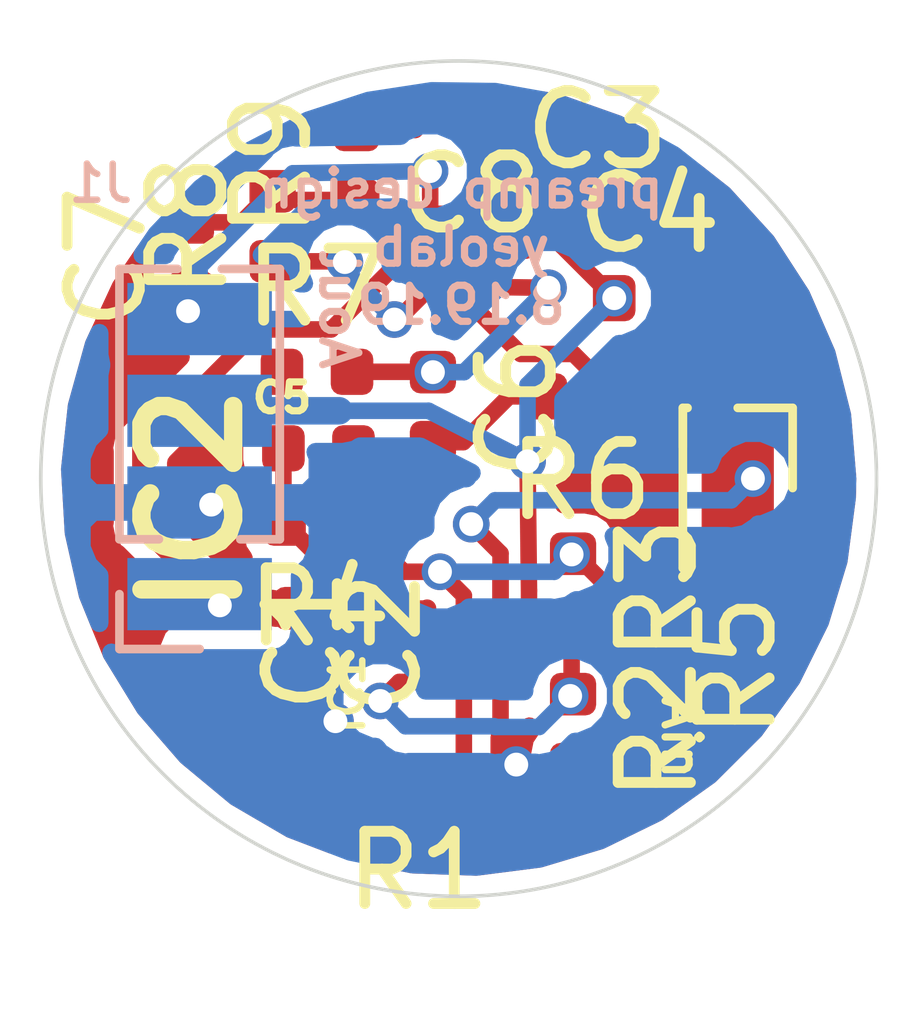
<source format=kicad_pcb>
(kicad_pcb (version 20171130) (host pcbnew "(5.0.1)-3")

  (general
    (thickness 1.6)
    (drawings 4)
    (tracks 144)
    (zones 0)
    (modules 21)
    (nets 15)
  )

  (page A4)
  (layers
    (0 F.Cu signal)
    (31 B.Cu signal)
    (32 B.Adhes user hide)
    (33 F.Adhes user hide)
    (34 B.Paste user hide)
    (35 F.Paste user hide)
    (36 B.SilkS user)
    (37 F.SilkS user)
    (38 B.Mask user hide)
    (39 F.Mask user hide)
    (40 Dwgs.User user)
    (41 Cmts.User user)
    (42 Eco1.User user hide)
    (43 Eco2.User user)
    (44 Edge.Cuts user)
    (45 Margin user)
    (46 B.CrtYd user)
    (47 F.CrtYd user)
    (48 B.Fab user hide)
    (49 F.Fab user hide)
  )

  (setup
    (last_trace_width 0.229)
    (user_trace_width 0.1524)
    (user_trace_width 0.229)
    (user_trace_width 0.381)
    (user_trace_width 0.5)
    (trace_clearance 0.1524)
    (zone_clearance 0.254)
    (zone_45_only no)
    (trace_min 0.1492)
    (segment_width 0.05)
    (edge_width 0.05)
    (via_size 0.508)
    (via_drill 0.3302)
    (via_min_size 0.4)
    (via_min_drill 0.3)
    (uvia_size 0.508)
    (uvia_drill 0.3302)
    (uvias_allowed no)
    (uvia_min_size 0.2)
    (uvia_min_drill 0.1)
    (pcb_text_width 0.3)
    (pcb_text_size 1.5 1.5)
    (mod_edge_width 0.12)
    (mod_text_size 0.5 0.5)
    (mod_text_width 0.1)
    (pad_size 2 1)
    (pad_drill 0)
    (pad_to_mask_clearance 0.2)
    (solder_mask_min_width 0.25)
    (aux_axis_origin 0 0)
    (visible_elements 7FFFFFFF)
    (pcbplotparams
      (layerselection 0x010fc_ffffffff)
      (usegerberextensions false)
      (usegerberattributes false)
      (usegerberadvancedattributes false)
      (creategerberjobfile false)
      (excludeedgelayer true)
      (linewidth 0.100000)
      (plotframeref false)
      (viasonmask false)
      (mode 1)
      (useauxorigin false)
      (hpglpennumber 1)
      (hpglpenspeed 20)
      (hpglpendiameter 15.000000)
      (psnegative false)
      (psa4output false)
      (plotreference true)
      (plotvalue true)
      (plotinvisibletext false)
      (padsonsilk false)
      (subtractmaskfromsilk false)
      (outputformat 1)
      (mirror false)
      (drillshape 0)
      (scaleselection 1)
      (outputdirectory "output_aev2_flex/"))
  )

  (net 0 "")
  (net 1 VDD)
  (net 2 VSS)
  (net 3 "Net-(IC1-PadA1)")
  (net 4 "Net-(IC1-PadB1)")
  (net 5 "Net-(IC1-PadB3)")
  (net 6 Electrode_in)
  (net 7 amplifier_out)
  (net 8 GND)
  (net 9 "Net-(C5-Pad1)")
  (net 10 2nd+)
  (net 11 2nd_Out)
  (net 12 4th_Out)
  (net 13 "Net-(C7-Pad2)")
  (net 14 4th+)

  (net_class Default "This is the default net class."
    (clearance 0.1524)
    (trace_width 0.4572)
    (via_dia 0.508)
    (via_drill 0.3302)
    (uvia_dia 0.508)
    (uvia_drill 0.3302)
    (add_net 2nd+)
    (add_net 2nd_Out)
    (add_net 4th+)
    (add_net 4th_Out)
    (add_net Electrode_in)
    (add_net GND)
    (add_net "Net-(C5-Pad1)")
    (add_net "Net-(C7-Pad2)")
    (add_net "Net-(IC1-PadA1)")
    (add_net "Net-(IC1-PadB1)")
    (add_net "Net-(IC1-PadB3)")
    (add_net VDD)
    (add_net VSS)
    (add_net amplifier_out)
  )

  (module SamacSys_Parts:BGA8C50P3X3_143X177X675 (layer F.Cu) (tedit 0) (tstamp 5D318309)
    (at 49.718 31.828 90)
    (descr BGA8C50P3X3_143X177X675)
    (tags "Integrated Circuit")
    (path /5D30BD95)
    (attr smd)
    (fp_text reference IC1 (at -0.67 -1.61 90) (layer F.SilkS)
      (effects (font (size 0.45 0.45) (thickness 0.09)))
    )
    (fp_text value AD8606ACBZ (at 6.06 -0.17 180) (layer F.SilkS) hide
      (effects (font (size 0.4 0.4) (thickness 0.1)))
    )
    (fp_text user %R (at -3.4544 -3.81 90) (layer F.Fab)
      (effects (font (size 1.27 1.27) (thickness 0.254)))
    )
    (pad A1 smd circle (at -0.508 -0.508 180) (size 0.254 0.254) (layers F.Cu F.Paste F.Mask)
      (net 3 "Net-(IC1-PadA1)"))
    (pad A2 smd circle (at 0 -0.508 180) (size 0.254 0.254) (layers F.Cu F.Paste F.Mask)
      (net 1 VDD))
    (pad A3 smd circle (at 0.508 -0.508 180) (size 0.254 0.254) (layers F.Cu F.Paste F.Mask)
      (net 7 amplifier_out))
    (pad B1 smd circle (at -0.508 0 180) (size 0.254 0.254) (layers F.Cu F.Paste F.Mask)
      (net 4 "Net-(IC1-PadB1)"))
    (pad B3 smd circle (at 0.508 0 180) (size 0.254 0.254) (layers F.Cu F.Paste F.Mask)
      (net 5 "Net-(IC1-PadB3)"))
    (pad C1 smd circle (at -0.508 0.508 180) (size 0.254 0.254) (layers F.Cu F.Paste F.Mask)
      (net 8 GND))
    (pad C2 smd circle (at 0 0.508 180) (size 0.254 0.254) (layers F.Cu F.Paste F.Mask)
      (net 2 VSS))
    (pad C3 smd circle (at 0.508 0.508 180) (size 0.254 0.254) (layers F.Cu F.Paste F.Mask)
      (net 6 Electrode_in))
  )

  (module SamacSys_Parts:PinHeader_1x01_P1.4mm_Mod (layer F.Cu) (tedit 5D5C1B15) (tstamp 5DCDAE9A)
    (at 53.51 29.65 270)
    (descr "Through hole straight pin header, 1x01, 1.27mm pitch, single row")
    (tags "Through hole pin header THT 1x01 1.27mm single row")
    (path /5D342C05)
    (fp_text reference J2 (at 0 -1.695 90) (layer F.SilkS) hide
      (effects (font (size 0.4 0.4) (thickness 0.1)))
    )
    (fp_text value Conn_01x01_Male (at 0 1.695 90) (layer F.Fab)
      (effects (font (size 1 1) (thickness 0.15)))
    )
    (fp_text user %R (at 0 0 180) (layer F.Fab)
      (effects (font (size 1 1) (thickness 0.15)))
    )
    (fp_line (start 1.55 -1.15) (end -1.55 -1.15) (layer F.CrtYd) (width 0.05))
    (fp_line (start 1.55 1.15) (end 1.55 -1.15) (layer F.CrtYd) (width 0.05))
    (fp_line (start -1.55 1.15) (end 1.55 1.15) (layer F.CrtYd) (width 0.05))
    (fp_line (start -1.55 -1.15) (end -1.55 1.15) (layer F.CrtYd) (width 0.05))
    (fp_line (start -1.11 -0.76) (end 0 -0.76) (layer F.SilkS) (width 0.12))
    (fp_line (start -1.11 0) (end -1.11 -0.76) (layer F.SilkS) (width 0.12))
    (fp_line (start 0.563471 0.76) (end 1.11 0.76) (layer F.SilkS) (width 0.12))
    (fp_line (start -1.11 0.76) (end -0.563471 0.76) (layer F.SilkS) (width 0.12))
    (fp_line (start 1.11 0.76) (end 1.11 0.695) (layer F.SilkS) (width 0.12))
    (fp_line (start -1.11 0.76) (end -1.11 0.695) (layer F.SilkS) (width 0.12))
    (fp_line (start -1.11 0.76) (end 1.11 0.76) (layer F.SilkS) (width 0.12))
    (fp_line (start -1.05 -0.11) (end -0.525 -0.635) (layer F.Fab) (width 0.1))
    (fp_line (start -1.05 0.635) (end -1.05 -0.11) (layer F.Fab) (width 0.1))
    (fp_line (start 1.05 0.635) (end -1.05 0.635) (layer F.Fab) (width 0.1))
    (fp_line (start 1.05 -0.635) (end 1.05 0.635) (layer F.Fab) (width 0.1))
    (fp_line (start -0.525 -0.635) (end 1.05 -0.635) (layer F.Fab) (width 0.1))
    (pad 1 smd roundrect (at 0 0 270) (size 2 1) (layers F.Cu F.Paste F.Mask) (roundrect_rratio 0.25)
      (net 6 Electrode_in))
    (model ${KISYS3DMOD}/Connector_PinHeader_1.27mm.3dshapes/PinHeader_1x01_P1.27mm_Vertical.wrl
      (at (xyz 0 0 0))
      (scale (xyz 1 1 1))
      (rotate (xyz 0 0 0))
    )
  )

  (module Capacitor_SMD:C_0402_1005Metric (layer F.Cu) (tedit 5B301BBE) (tstamp 5DCD9CD3)
    (at 47.705 29.1 180)
    (descr "Capacitor SMD 0402 (1005 Metric), square (rectangular) end terminal, IPC_7351 nominal, (Body size source: http://www.tortai-tech.com/upload/download/2011102023233369053.pdf), generated with kicad-footprint-generator")
    (tags capacitor)
    (path /5D311DFC)
    (attr smd)
    (fp_text reference C5 (at 0.505 0.7) (layer F.SilkS)
      (effects (font (size 0.4 0.4) (thickness 0.1)))
    )
    (fp_text value 10uF (at 0 1.17 180) (layer F.Fab)
      (effects (font (size 1 1) (thickness 0.15)))
    )
    (fp_line (start -0.5 0.25) (end -0.5 -0.25) (layer F.Fab) (width 0.1))
    (fp_line (start -0.5 -0.25) (end 0.5 -0.25) (layer F.Fab) (width 0.1))
    (fp_line (start 0.5 -0.25) (end 0.5 0.25) (layer F.Fab) (width 0.1))
    (fp_line (start 0.5 0.25) (end -0.5 0.25) (layer F.Fab) (width 0.1))
    (fp_line (start -0.93 0.47) (end -0.93 -0.47) (layer F.CrtYd) (width 0.05))
    (fp_line (start -0.93 -0.47) (end 0.93 -0.47) (layer F.CrtYd) (width 0.05))
    (fp_line (start 0.93 -0.47) (end 0.93 0.47) (layer F.CrtYd) (width 0.05))
    (fp_line (start 0.93 0.47) (end -0.93 0.47) (layer F.CrtYd) (width 0.05))
    (fp_text user %R (at 0 0 180) (layer F.Fab)
      (effects (font (size 0.25 0.25) (thickness 0.04)))
    )
    (pad 1 smd roundrect (at -0.485 0 180) (size 0.59 0.64) (layers F.Cu F.Paste F.Mask) (roundrect_rratio 0.25)
      (net 9 "Net-(C5-Pad1)"))
    (pad 2 smd roundrect (at 0.485 0 180) (size 0.59 0.64) (layers F.Cu F.Paste F.Mask) (roundrect_rratio 0.25)
      (net 7 amplifier_out))
    (model ${KISYS3DMOD}/Capacitor_SMD.3dshapes/C_0402_1005Metric.wrl
      (at (xyz 0 0 0))
      (scale (xyz 1 1 1))
      (rotate (xyz 0 0 0))
    )
  )

  (module Connector_PinHeader_1.27mm:PinHeader_1x04_P1.27mm_Vertical (layer B.Cu) (tedit 5D5AE686) (tstamp 5DCDA87B)
    (at 46.06 31.12)
    (descr "Through hole straight pin header, 1x04, 1.27mm pitch, single row")
    (tags "Through hole pin header THT 1x04 1.27mm single row")
    (path /5D5AFAFD)
    (fp_text reference J1 (at -1.37 -5.69) (layer B.SilkS)
      (effects (font (size 0.5 0.5) (thickness 0.09)) (justify mirror))
    )
    (fp_text value Conn_01x04_Male (at 0 -5.505) (layer B.Fab)
      (effects (font (size 1 1) (thickness 0.15)) (justify mirror))
    )
    (fp_line (start -0.525 0.635) (end 1.05 0.635) (layer B.Fab) (width 0.1))
    (fp_line (start 1.05 0.635) (end 1.05 -4.445) (layer B.Fab) (width 0.1))
    (fp_line (start 1.05 -4.445) (end -1.05 -4.445) (layer B.Fab) (width 0.1))
    (fp_line (start -1.05 -4.445) (end -1.05 0.11) (layer B.Fab) (width 0.1))
    (fp_line (start -1.05 0.11) (end -0.525 0.635) (layer B.Fab) (width 0.1))
    (fp_line (start -1.11 -4.505) (end -0.30753 -4.505) (layer B.SilkS) (width 0.12))
    (fp_line (start 0.30753 -4.505) (end 1.11 -4.505) (layer B.SilkS) (width 0.12))
    (fp_line (start -1.11 -0.76) (end -1.11 -4.505) (layer B.SilkS) (width 0.12))
    (fp_line (start 1.11 -0.76) (end 1.11 -4.505) (layer B.SilkS) (width 0.12))
    (fp_line (start -1.11 -0.76) (end -0.563471 -0.76) (layer B.SilkS) (width 0.12))
    (fp_line (start 0.563471 -0.76) (end 1.11 -0.76) (layer B.SilkS) (width 0.12))
    (fp_line (start -1.11 0) (end -1.11 0.76) (layer B.SilkS) (width 0.12))
    (fp_line (start -1.11 0.76) (end 0 0.76) (layer B.SilkS) (width 0.12))
    (fp_line (start -1.55 1.15) (end -1.55 -4.95) (layer B.CrtYd) (width 0.05))
    (fp_line (start -1.55 -4.95) (end 1.55 -4.95) (layer B.CrtYd) (width 0.05))
    (fp_line (start 1.55 -4.95) (end 1.55 1.15) (layer B.CrtYd) (width 0.05))
    (fp_line (start 1.55 1.15) (end -1.55 1.15) (layer B.CrtYd) (width 0.05))
    (fp_text user %R (at 0 -1.905 270) (layer B.Fab)
      (effects (font (size 1 1) (thickness 0.15)) (justify mirror))
    )
    (pad 1 smd rect (at 0 0) (size 2 1) (layers B.Cu B.Paste B.Mask)
      (net 1 VDD))
    (pad 2 smd rect (at 0 -1.27) (size 2 1) (layers B.Cu B.Paste B.Mask)
      (net 8 GND))
    (pad 3 smd rect (at 0 -2.54) (size 2 1) (layers B.Cu B.Paste B.Mask)
      (net 2 VSS))
    (pad 4 smd rect (at 0 -3.81) (size 2 1) (layers B.Cu B.Paste B.Mask)
      (net 12 4th_Out))
    (model ${KISYS3DMOD}/Connector_PinHeader_1.27mm.3dshapes/PinHeader_1x04_P1.27mm_Vertical.wrl
      (at (xyz 0 0 0))
      (scale (xyz 1 1 1))
      (rotate (xyz 0 0 0))
    )
  )

  (module Capacitor_SMD:C_0402_1005Metric (layer F.Cu) (tedit 5B301BBE) (tstamp 5DCD7C60)
    (at 49.29 28.53 270)
    (descr "Capacitor SMD 0402 (1005 Metric), square (rectangular) end terminal, IPC_7351 nominal, (Body size source: http://www.tortai-tech.com/upload/download/2011102023233369053.pdf), generated with kicad-footprint-generator")
    (tags capacitor)
    (path /5DCD0A7A)
    (attr smd)
    (fp_text reference C6 (at 0 -1.17 270) (layer F.SilkS)
      (effects (font (size 1 1) (thickness 0.15)))
    )
    (fp_text value 10uF (at 0 1.17 270) (layer F.Fab)
      (effects (font (size 1 1) (thickness 0.15)))
    )
    (fp_line (start -0.5 0.25) (end -0.5 -0.25) (layer F.Fab) (width 0.1))
    (fp_line (start -0.5 -0.25) (end 0.5 -0.25) (layer F.Fab) (width 0.1))
    (fp_line (start 0.5 -0.25) (end 0.5 0.25) (layer F.Fab) (width 0.1))
    (fp_line (start 0.5 0.25) (end -0.5 0.25) (layer F.Fab) (width 0.1))
    (fp_line (start -0.93 0.47) (end -0.93 -0.47) (layer F.CrtYd) (width 0.05))
    (fp_line (start -0.93 -0.47) (end 0.93 -0.47) (layer F.CrtYd) (width 0.05))
    (fp_line (start 0.93 -0.47) (end 0.93 0.47) (layer F.CrtYd) (width 0.05))
    (fp_line (start 0.93 0.47) (end -0.93 0.47) (layer F.CrtYd) (width 0.05))
    (fp_text user %R (at 0 0 270) (layer F.Fab)
      (effects (font (size 0.25 0.25) (thickness 0.04)))
    )
    (pad 1 smd roundrect (at -0.485 0 270) (size 0.59 0.64) (layers F.Cu F.Paste F.Mask) (roundrect_rratio 0.25)
      (net 10 2nd+))
    (pad 2 smd roundrect (at 0.485 0 270) (size 0.59 0.64) (layers F.Cu F.Paste F.Mask) (roundrect_rratio 0.25)
      (net 9 "Net-(C5-Pad1)"))
    (model ${KISYS3DMOD}/Capacitor_SMD.3dshapes/C_0402_1005Metric.wrl
      (at (xyz 0 0 0))
      (scale (xyz 1 1 1))
      (rotate (xyz 0 0 0))
    )
  )

  (module SamacSys_Parts:BGA8C50P3X3_143X177X675 (layer F.Cu) (tedit 0) (tstamp 5DCDA3F2)
    (at 49.76 26.36 90)
    (descr BGA8C50P3X3_143X177X675)
    (tags "Integrated Circuit")
    (path /5DCCE25D)
    (attr smd)
    (fp_text reference IC2 (at -3.4544 -3.81 90) (layer F.SilkS)
      (effects (font (size 1.27 1.27) (thickness 0.254)))
    )
    (fp_text value AD8606ACBZ (at -3.4544 -3.81 90) (layer F.SilkS) hide
      (effects (font (size 1.27 1.27) (thickness 0.254)))
    )
    (fp_text user %R (at -3.4544 -3.81 90) (layer F.Fab)
      (effects (font (size 1.27 1.27) (thickness 0.254)))
    )
    (pad A1 smd circle (at -0.508 -0.508 180) (size 0.254 0.254) (layers F.Cu F.Paste F.Mask)
      (net 11 2nd_Out))
    (pad A2 smd circle (at 0 -0.508 180) (size 0.254 0.254) (layers F.Cu F.Paste F.Mask)
      (net 1 VDD))
    (pad A3 smd circle (at 0.508 -0.508 180) (size 0.254 0.254) (layers F.Cu F.Paste F.Mask)
      (net 12 4th_Out))
    (pad B1 smd circle (at -0.508 0 180) (size 0.254 0.254) (layers F.Cu F.Paste F.Mask)
      (net 11 2nd_Out))
    (pad B3 smd circle (at 0.508 0 180) (size 0.254 0.254) (layers F.Cu F.Paste F.Mask)
      (net 12 4th_Out))
    (pad C1 smd circle (at -0.508 0.508 180) (size 0.254 0.254) (layers F.Cu F.Paste F.Mask)
      (net 10 2nd+))
    (pad C2 smd circle (at 0 0.508 180) (size 0.254 0.254) (layers F.Cu F.Paste F.Mask)
      (net 2 VSS))
    (pad C3 smd circle (at 0.508 0.508 180) (size 0.254 0.254) (layers F.Cu F.Paste F.Mask)
      (net 14 4th+))
  )

  (module Capacitor_SMD:C_0402_1005Metric (layer F.Cu) (tedit 5B301BBE) (tstamp 5DCDA931)
    (at 47.685 28.04)
    (descr "Capacitor SMD 0402 (1005 Metric), square (rectangular) end terminal, IPC_7351 nominal, (Body size source: http://www.tortai-tech.com/upload/download/2011102023233369053.pdf), generated with kicad-footprint-generator")
    (tags capacitor)
    (path /5DCD25F0)
    (attr smd)
    (fp_text reference R7 (at 0 -1.17) (layer F.SilkS)
      (effects (font (size 1 1) (thickness 0.15)))
    )
    (fp_text value 11k (at 0 1.17) (layer F.Fab)
      (effects (font (size 1 1) (thickness 0.15)))
    )
    (fp_line (start -0.5 0.25) (end -0.5 -0.25) (layer F.Fab) (width 0.1))
    (fp_line (start -0.5 -0.25) (end 0.5 -0.25) (layer F.Fab) (width 0.1))
    (fp_line (start 0.5 -0.25) (end 0.5 0.25) (layer F.Fab) (width 0.1))
    (fp_line (start 0.5 0.25) (end -0.5 0.25) (layer F.Fab) (width 0.1))
    (fp_line (start -0.93 0.47) (end -0.93 -0.47) (layer F.CrtYd) (width 0.05))
    (fp_line (start -0.93 -0.47) (end 0.93 -0.47) (layer F.CrtYd) (width 0.05))
    (fp_line (start 0.93 -0.47) (end 0.93 0.47) (layer F.CrtYd) (width 0.05))
    (fp_line (start 0.93 0.47) (end -0.93 0.47) (layer F.CrtYd) (width 0.05))
    (fp_text user %R (at 0 0) (layer F.Fab)
      (effects (font (size 0.25 0.25) (thickness 0.04)))
    )
    (pad 1 smd roundrect (at -0.485 0) (size 0.59 0.64) (layers F.Cu F.Paste F.Mask) (roundrect_rratio 0.25)
      (net 8 GND))
    (pad 2 smd roundrect (at 0.485 0) (size 0.59 0.64) (layers F.Cu F.Paste F.Mask) (roundrect_rratio 0.25)
      (net 10 2nd+))
    (model ${KISYS3DMOD}/Capacitor_SMD.3dshapes/C_0402_1005Metric.wrl
      (at (xyz 0 0 0))
      (scale (xyz 1 1 1))
      (rotate (xyz 0 0 0))
    )
  )

  (module Capacitor_SMD:C_0402_1005Metric (layer F.Cu) (tedit 5B301BBE) (tstamp 5DCD7F80)
    (at 46.34 31.76 270)
    (descr "Capacitor SMD 0402 (1005 Metric), square (rectangular) end terminal, IPC_7351 nominal, (Body size source: http://www.tortai-tech.com/upload/download/2011102023233369053.pdf), generated with kicad-footprint-generator")
    (tags capacitor)
    (path /5D317AD9)
    (attr smd)
    (fp_text reference C1 (at 0 -1.17 270) (layer F.SilkS)
      (effects (font (size 1 1) (thickness 0.15)))
    )
    (fp_text value 10µF (at 0 1.17 270) (layer F.Fab)
      (effects (font (size 1 1) (thickness 0.15)))
    )
    (fp_line (start -0.5 0.25) (end -0.5 -0.25) (layer F.Fab) (width 0.1))
    (fp_line (start -0.5 -0.25) (end 0.5 -0.25) (layer F.Fab) (width 0.1))
    (fp_line (start 0.5 -0.25) (end 0.5 0.25) (layer F.Fab) (width 0.1))
    (fp_line (start 0.5 0.25) (end -0.5 0.25) (layer F.Fab) (width 0.1))
    (fp_line (start -0.93 0.47) (end -0.93 -0.47) (layer F.CrtYd) (width 0.05))
    (fp_line (start -0.93 -0.47) (end 0.93 -0.47) (layer F.CrtYd) (width 0.05))
    (fp_line (start 0.93 -0.47) (end 0.93 0.47) (layer F.CrtYd) (width 0.05))
    (fp_line (start 0.93 0.47) (end -0.93 0.47) (layer F.CrtYd) (width 0.05))
    (fp_text user %R (at 0 0 270) (layer F.Fab)
      (effects (font (size 0.25 0.25) (thickness 0.04)))
    )
    (pad 1 smd roundrect (at -0.485 0 270) (size 0.59 0.64) (layers F.Cu F.Paste F.Mask) (roundrect_rratio 0.25)
      (net 1 VDD))
    (pad 2 smd roundrect (at 0.485 0 270) (size 0.59 0.64) (layers F.Cu F.Paste F.Mask) (roundrect_rratio 0.25)
      (net 8 GND))
    (model ${KISYS3DMOD}/Capacitor_SMD.3dshapes/C_0402_1005Metric.wrl
      (at (xyz 0 0 0))
      (scale (xyz 1 1 1))
      (rotate (xyz 0 0 0))
    )
  )

  (module Capacitor_SMD:C_0402_1005Metric (layer F.Cu) (tedit 5B301BBE) (tstamp 5DCD7F8F)
    (at 47.41 31.8 270)
    (descr "Capacitor SMD 0402 (1005 Metric), square (rectangular) end terminal, IPC_7351 nominal, (Body size source: http://www.tortai-tech.com/upload/download/2011102023233369053.pdf), generated with kicad-footprint-generator")
    (tags capacitor)
    (path /5D318267)
    (attr smd)
    (fp_text reference C2 (at 0 -1.17 270) (layer F.SilkS)
      (effects (font (size 1 1) (thickness 0.15)))
    )
    (fp_text value 100nF (at 0 1.17 270) (layer F.Fab)
      (effects (font (size 1 1) (thickness 0.15)))
    )
    (fp_text user %R (at 0 0 270) (layer F.Fab)
      (effects (font (size 0.25 0.25) (thickness 0.04)))
    )
    (fp_line (start 0.93 0.47) (end -0.93 0.47) (layer F.CrtYd) (width 0.05))
    (fp_line (start 0.93 -0.47) (end 0.93 0.47) (layer F.CrtYd) (width 0.05))
    (fp_line (start -0.93 -0.47) (end 0.93 -0.47) (layer F.CrtYd) (width 0.05))
    (fp_line (start -0.93 0.47) (end -0.93 -0.47) (layer F.CrtYd) (width 0.05))
    (fp_line (start 0.5 0.25) (end -0.5 0.25) (layer F.Fab) (width 0.1))
    (fp_line (start 0.5 -0.25) (end 0.5 0.25) (layer F.Fab) (width 0.1))
    (fp_line (start -0.5 -0.25) (end 0.5 -0.25) (layer F.Fab) (width 0.1))
    (fp_line (start -0.5 0.25) (end -0.5 -0.25) (layer F.Fab) (width 0.1))
    (pad 2 smd roundrect (at 0.485 0 270) (size 0.59 0.64) (layers F.Cu F.Paste F.Mask) (roundrect_rratio 0.25)
      (net 8 GND))
    (pad 1 smd roundrect (at -0.485 0 270) (size 0.59 0.64) (layers F.Cu F.Paste F.Mask) (roundrect_rratio 0.25)
      (net 1 VDD))
    (model ${KISYS3DMOD}/Capacitor_SMD.3dshapes/C_0402_1005Metric.wrl
      (at (xyz 0 0 0))
      (scale (xyz 1 1 1))
      (rotate (xyz 0 0 0))
    )
  )

  (module Capacitor_SMD:C_0402_1005Metric (layer F.Cu) (tedit 5B301BBE) (tstamp 5DCD8BCD)
    (at 51.565 25.86)
    (descr "Capacitor SMD 0402 (1005 Metric), square (rectangular) end terminal, IPC_7351 nominal, (Body size source: http://www.tortai-tech.com/upload/download/2011102023233369053.pdf), generated with kicad-footprint-generator")
    (tags capacitor)
    (path /5D34ACAD)
    (attr smd)
    (fp_text reference C3 (at 0 -1.17) (layer F.SilkS)
      (effects (font (size 1 1) (thickness 0.15)))
    )
    (fp_text value 10µF (at 0 1.17) (layer F.Fab)
      (effects (font (size 1 1) (thickness 0.15)))
    )
    (fp_line (start -0.5 0.25) (end -0.5 -0.25) (layer F.Fab) (width 0.1))
    (fp_line (start -0.5 -0.25) (end 0.5 -0.25) (layer F.Fab) (width 0.1))
    (fp_line (start 0.5 -0.25) (end 0.5 0.25) (layer F.Fab) (width 0.1))
    (fp_line (start 0.5 0.25) (end -0.5 0.25) (layer F.Fab) (width 0.1))
    (fp_line (start -0.93 0.47) (end -0.93 -0.47) (layer F.CrtYd) (width 0.05))
    (fp_line (start -0.93 -0.47) (end 0.93 -0.47) (layer F.CrtYd) (width 0.05))
    (fp_line (start 0.93 -0.47) (end 0.93 0.47) (layer F.CrtYd) (width 0.05))
    (fp_line (start 0.93 0.47) (end -0.93 0.47) (layer F.CrtYd) (width 0.05))
    (fp_text user %R (at 0 0) (layer F.Fab)
      (effects (font (size 0.25 0.25) (thickness 0.04)))
    )
    (pad 1 smd roundrect (at -0.485 0) (size 0.59 0.64) (layers F.Cu F.Paste F.Mask) (roundrect_rratio 0.25)
      (net 2 VSS))
    (pad 2 smd roundrect (at 0.485 0) (size 0.59 0.64) (layers F.Cu F.Paste F.Mask) (roundrect_rratio 0.25)
      (net 8 GND))
    (model ${KISYS3DMOD}/Capacitor_SMD.3dshapes/C_0402_1005Metric.wrl
      (at (xyz 0 0 0))
      (scale (xyz 1 1 1))
      (rotate (xyz 0 0 0))
    )
  )

  (module Capacitor_SMD:C_0402_1005Metric (layer F.Cu) (tedit 5B301BBE) (tstamp 5DCD7FAD)
    (at 52.285 27.02)
    (descr "Capacitor SMD 0402 (1005 Metric), square (rectangular) end terminal, IPC_7351 nominal, (Body size source: http://www.tortai-tech.com/upload/download/2011102023233369053.pdf), generated with kicad-footprint-generator")
    (tags capacitor)
    (path /5D34B5CC)
    (attr smd)
    (fp_text reference C4 (at 0 -1.17) (layer F.SilkS)
      (effects (font (size 1 1) (thickness 0.15)))
    )
    (fp_text value 100nF (at 0 1.17) (layer F.Fab)
      (effects (font (size 1 1) (thickness 0.15)))
    )
    (fp_text user %R (at 0 0) (layer F.Fab)
      (effects (font (size 0.25 0.25) (thickness 0.04)))
    )
    (fp_line (start 0.93 0.47) (end -0.93 0.47) (layer F.CrtYd) (width 0.05))
    (fp_line (start 0.93 -0.47) (end 0.93 0.47) (layer F.CrtYd) (width 0.05))
    (fp_line (start -0.93 -0.47) (end 0.93 -0.47) (layer F.CrtYd) (width 0.05))
    (fp_line (start -0.93 0.47) (end -0.93 -0.47) (layer F.CrtYd) (width 0.05))
    (fp_line (start 0.5 0.25) (end -0.5 0.25) (layer F.Fab) (width 0.1))
    (fp_line (start 0.5 -0.25) (end 0.5 0.25) (layer F.Fab) (width 0.1))
    (fp_line (start -0.5 -0.25) (end 0.5 -0.25) (layer F.Fab) (width 0.1))
    (fp_line (start -0.5 0.25) (end -0.5 -0.25) (layer F.Fab) (width 0.1))
    (pad 2 smd roundrect (at 0.485 0) (size 0.59 0.64) (layers F.Cu F.Paste F.Mask) (roundrect_rratio 0.25)
      (net 8 GND))
    (pad 1 smd roundrect (at -0.485 0) (size 0.59 0.64) (layers F.Cu F.Paste F.Mask) (roundrect_rratio 0.25)
      (net 2 VSS))
    (model ${KISYS3DMOD}/Capacitor_SMD.3dshapes/C_0402_1005Metric.wrl
      (at (xyz 0 0 0))
      (scale (xyz 1 1 1))
      (rotate (xyz 0 0 0))
    )
  )

  (module Capacitor_SMD:C_0402_1005Metric (layer F.Cu) (tedit 5B301BBE) (tstamp 5DCD7FBC)
    (at 49.085 33.78 180)
    (descr "Capacitor SMD 0402 (1005 Metric), square (rectangular) end terminal, IPC_7351 nominal, (Body size source: http://www.tortai-tech.com/upload/download/2011102023233369053.pdf), generated with kicad-footprint-generator")
    (tags capacitor)
    (path /5D312E65)
    (attr smd)
    (fp_text reference R1 (at 0 -1.17 180) (layer F.SilkS)
      (effects (font (size 1 1) (thickness 0.15)))
    )
    (fp_text value 100k (at 0 1.17 180) (layer F.Fab)
      (effects (font (size 1 1) (thickness 0.15)))
    )
    (fp_text user %R (at 0 0 180) (layer F.Fab)
      (effects (font (size 0.25 0.25) (thickness 0.04)))
    )
    (fp_line (start 0.93 0.47) (end -0.93 0.47) (layer F.CrtYd) (width 0.05))
    (fp_line (start 0.93 -0.47) (end 0.93 0.47) (layer F.CrtYd) (width 0.05))
    (fp_line (start -0.93 -0.47) (end 0.93 -0.47) (layer F.CrtYd) (width 0.05))
    (fp_line (start -0.93 0.47) (end -0.93 -0.47) (layer F.CrtYd) (width 0.05))
    (fp_line (start 0.5 0.25) (end -0.5 0.25) (layer F.Fab) (width 0.1))
    (fp_line (start 0.5 -0.25) (end 0.5 0.25) (layer F.Fab) (width 0.1))
    (fp_line (start -0.5 -0.25) (end 0.5 -0.25) (layer F.Fab) (width 0.1))
    (fp_line (start -0.5 0.25) (end -0.5 -0.25) (layer F.Fab) (width 0.1))
    (pad 2 smd roundrect (at 0.485 0 180) (size 0.59 0.64) (layers F.Cu F.Paste F.Mask) (roundrect_rratio 0.25)
      (net 8 GND))
    (pad 1 smd roundrect (at -0.485 0 180) (size 0.59 0.64) (layers F.Cu F.Paste F.Mask) (roundrect_rratio 0.25)
      (net 4 "Net-(IC1-PadB1)"))
    (model ${KISYS3DMOD}/Capacitor_SMD.3dshapes/C_0402_1005Metric.wrl
      (at (xyz 0 0 0))
      (scale (xyz 1 1 1))
      (rotate (xyz 0 0 0))
    )
  )

  (module Capacitor_SMD:C_0402_1005Metric (layer F.Cu) (tedit 5B301BBE) (tstamp 5DCD7FCB)
    (at 51.23 32.99 270)
    (descr "Capacitor SMD 0402 (1005 Metric), square (rectangular) end terminal, IPC_7351 nominal, (Body size source: http://www.tortai-tech.com/upload/download/2011102023233369053.pdf), generated with kicad-footprint-generator")
    (tags capacitor)
    (path /5D314291)
    (attr smd)
    (fp_text reference R2 (at 0 -1.17 270) (layer F.SilkS)
      (effects (font (size 1 1) (thickness 0.15)))
    )
    (fp_text value 10k (at 0 1.17 270) (layer F.Fab)
      (effects (font (size 1 1) (thickness 0.15)))
    )
    (fp_line (start -0.5 0.25) (end -0.5 -0.25) (layer F.Fab) (width 0.1))
    (fp_line (start -0.5 -0.25) (end 0.5 -0.25) (layer F.Fab) (width 0.1))
    (fp_line (start 0.5 -0.25) (end 0.5 0.25) (layer F.Fab) (width 0.1))
    (fp_line (start 0.5 0.25) (end -0.5 0.25) (layer F.Fab) (width 0.1))
    (fp_line (start -0.93 0.47) (end -0.93 -0.47) (layer F.CrtYd) (width 0.05))
    (fp_line (start -0.93 -0.47) (end 0.93 -0.47) (layer F.CrtYd) (width 0.05))
    (fp_line (start 0.93 -0.47) (end 0.93 0.47) (layer F.CrtYd) (width 0.05))
    (fp_line (start 0.93 0.47) (end -0.93 0.47) (layer F.CrtYd) (width 0.05))
    (fp_text user %R (at 0 0 270) (layer F.Fab)
      (effects (font (size 0.25 0.25) (thickness 0.04)))
    )
    (pad 1 smd roundrect (at -0.485 0 270) (size 0.59 0.64) (layers F.Cu F.Paste F.Mask) (roundrect_rratio 0.25)
      (net 3 "Net-(IC1-PadA1)"))
    (pad 2 smd roundrect (at 0.485 0 270) (size 0.59 0.64) (layers F.Cu F.Paste F.Mask) (roundrect_rratio 0.25)
      (net 4 "Net-(IC1-PadB1)"))
    (model ${KISYS3DMOD}/Capacitor_SMD.3dshapes/C_0402_1005Metric.wrl
      (at (xyz 0 0 0))
      (scale (xyz 1 1 1))
      (rotate (xyz 0 0 0))
    )
  )

  (module Capacitor_SMD:C_0402_1005Metric (layer F.Cu) (tedit 5B301BBE) (tstamp 5DCD9543)
    (at 51.23 31.045 270)
    (descr "Capacitor SMD 0402 (1005 Metric), square (rectangular) end terminal, IPC_7351 nominal, (Body size source: http://www.tortai-tech.com/upload/download/2011102023233369053.pdf), generated with kicad-footprint-generator")
    (tags capacitor)
    (path /5D31681A)
    (attr smd)
    (fp_text reference R3 (at 0 -1.17 270) (layer F.SilkS)
      (effects (font (size 1 1) (thickness 0.15)))
    )
    (fp_text value 10k (at 0 1.17 270) (layer F.Fab)
      (effects (font (size 1 1) (thickness 0.15)))
    )
    (fp_text user %R (at 0 0 270) (layer F.Fab)
      (effects (font (size 0.25 0.25) (thickness 0.04)))
    )
    (fp_line (start 0.93 0.47) (end -0.93 0.47) (layer F.CrtYd) (width 0.05))
    (fp_line (start 0.93 -0.47) (end 0.93 0.47) (layer F.CrtYd) (width 0.05))
    (fp_line (start -0.93 -0.47) (end 0.93 -0.47) (layer F.CrtYd) (width 0.05))
    (fp_line (start -0.93 0.47) (end -0.93 -0.47) (layer F.CrtYd) (width 0.05))
    (fp_line (start 0.5 0.25) (end -0.5 0.25) (layer F.Fab) (width 0.1))
    (fp_line (start 0.5 -0.25) (end 0.5 0.25) (layer F.Fab) (width 0.1))
    (fp_line (start -0.5 -0.25) (end 0.5 -0.25) (layer F.Fab) (width 0.1))
    (fp_line (start -0.5 0.25) (end -0.5 -0.25) (layer F.Fab) (width 0.1))
    (pad 2 smd roundrect (at 0.485 0 270) (size 0.59 0.64) (layers F.Cu F.Paste F.Mask) (roundrect_rratio 0.25)
      (net 3 "Net-(IC1-PadA1)"))
    (pad 1 smd roundrect (at -0.485 0 270) (size 0.59 0.64) (layers F.Cu F.Paste F.Mask) (roundrect_rratio 0.25)
      (net 5 "Net-(IC1-PadB3)"))
    (model ${KISYS3DMOD}/Capacitor_SMD.3dshapes/C_0402_1005Metric.wrl
      (at (xyz 0 0 0))
      (scale (xyz 1 1 1))
      (rotate (xyz 0 0 0))
    )
  )

  (module Capacitor_SMD:C_0402_1005Metric (layer F.Cu) (tedit 5B301BBE) (tstamp 5DCD7FE9)
    (at 47.72 30.13 180)
    (descr "Capacitor SMD 0402 (1005 Metric), square (rectangular) end terminal, IPC_7351 nominal, (Body size source: http://www.tortai-tech.com/upload/download/2011102023233369053.pdf), generated with kicad-footprint-generator")
    (tags capacitor)
    (path /5D31F1E1)
    (attr smd)
    (fp_text reference R4 (at 0 -1.17 180) (layer F.SilkS)
      (effects (font (size 1 1) (thickness 0.15)))
    )
    (fp_text value 100k (at 0 1.17 180) (layer F.Fab)
      (effects (font (size 1 1) (thickness 0.15)))
    )
    (fp_line (start -0.5 0.25) (end -0.5 -0.25) (layer F.Fab) (width 0.1))
    (fp_line (start -0.5 -0.25) (end 0.5 -0.25) (layer F.Fab) (width 0.1))
    (fp_line (start 0.5 -0.25) (end 0.5 0.25) (layer F.Fab) (width 0.1))
    (fp_line (start 0.5 0.25) (end -0.5 0.25) (layer F.Fab) (width 0.1))
    (fp_line (start -0.93 0.47) (end -0.93 -0.47) (layer F.CrtYd) (width 0.05))
    (fp_line (start -0.93 -0.47) (end 0.93 -0.47) (layer F.CrtYd) (width 0.05))
    (fp_line (start 0.93 -0.47) (end 0.93 0.47) (layer F.CrtYd) (width 0.05))
    (fp_line (start 0.93 0.47) (end -0.93 0.47) (layer F.CrtYd) (width 0.05))
    (fp_text user %R (at 0 0 180) (layer F.Fab)
      (effects (font (size 0.25 0.25) (thickness 0.04)))
    )
    (pad 1 smd roundrect (at -0.485 0 180) (size 0.59 0.64) (layers F.Cu F.Paste F.Mask) (roundrect_rratio 0.25)
      (net 5 "Net-(IC1-PadB3)"))
    (pad 2 smd roundrect (at 0.485 0 180) (size 0.59 0.64) (layers F.Cu F.Paste F.Mask) (roundrect_rratio 0.25)
      (net 7 amplifier_out))
    (model ${KISYS3DMOD}/Capacitor_SMD.3dshapes/C_0402_1005Metric.wrl
      (at (xyz 0 0 0))
      (scale (xyz 1 1 1))
      (rotate (xyz 0 0 0))
    )
  )

  (module Capacitor_SMD:C_0402_1005Metric (layer F.Cu) (tedit 5B301BBE) (tstamp 5DCDAD92)
    (at 52.32 32.115 270)
    (descr "Capacitor SMD 0402 (1005 Metric), square (rectangular) end terminal, IPC_7351 nominal, (Body size source: http://www.tortai-tech.com/upload/download/2011102023233369053.pdf), generated with kicad-footprint-generator")
    (tags capacitor)
    (path /5D320E37)
    (attr smd)
    (fp_text reference R5 (at 0 -1.17 270) (layer F.SilkS)
      (effects (font (size 1 1) (thickness 0.15)))
    )
    (fp_text value 2.2k (at 0 1.17 270) (layer F.Fab)
      (effects (font (size 1 1) (thickness 0.15)))
    )
    (fp_text user %R (at 0 0 270) (layer F.Fab)
      (effects (font (size 0.25 0.25) (thickness 0.04)))
    )
    (fp_line (start 0.93 0.47) (end -0.93 0.47) (layer F.CrtYd) (width 0.05))
    (fp_line (start 0.93 -0.47) (end 0.93 0.47) (layer F.CrtYd) (width 0.05))
    (fp_line (start -0.93 -0.47) (end 0.93 -0.47) (layer F.CrtYd) (width 0.05))
    (fp_line (start -0.93 0.47) (end -0.93 -0.47) (layer F.CrtYd) (width 0.05))
    (fp_line (start 0.5 0.25) (end -0.5 0.25) (layer F.Fab) (width 0.1))
    (fp_line (start 0.5 -0.25) (end 0.5 0.25) (layer F.Fab) (width 0.1))
    (fp_line (start -0.5 -0.25) (end 0.5 -0.25) (layer F.Fab) (width 0.1))
    (fp_line (start -0.5 0.25) (end -0.5 -0.25) (layer F.Fab) (width 0.1))
    (pad 2 smd roundrect (at 0.485 0 270) (size 0.59 0.64) (layers F.Cu F.Paste F.Mask) (roundrect_rratio 0.25)
      (net 4 "Net-(IC1-PadB1)"))
    (pad 1 smd roundrect (at -0.485 0 270) (size 0.59 0.64) (layers F.Cu F.Paste F.Mask) (roundrect_rratio 0.25)
      (net 5 "Net-(IC1-PadB3)"))
    (model ${KISYS3DMOD}/Capacitor_SMD.3dshapes/C_0402_1005Metric.wrl
      (at (xyz 0 0 0))
      (scale (xyz 1 1 1))
      (rotate (xyz 0 0 0))
    )
  )

  (module Capacitor_SMD:C_0402_1005Metric (layer F.Cu) (tedit 5B301BBE) (tstamp 5DCDB1FD)
    (at 51.34 28.38 180)
    (descr "Capacitor SMD 0402 (1005 Metric), square (rectangular) end terminal, IPC_7351 nominal, (Body size source: http://www.tortai-tech.com/upload/download/2011102023233369053.pdf), generated with kicad-footprint-generator")
    (tags capacitor)
    (path /5D311983)
    (attr smd)
    (fp_text reference R6 (at 0 -1.17 180) (layer F.SilkS)
      (effects (font (size 1 1) (thickness 0.15)))
    )
    (fp_text value 11k (at 0 1.17 180) (layer F.Fab)
      (effects (font (size 1 1) (thickness 0.15)))
    )
    (fp_line (start -0.5 0.25) (end -0.5 -0.25) (layer F.Fab) (width 0.1))
    (fp_line (start -0.5 -0.25) (end 0.5 -0.25) (layer F.Fab) (width 0.1))
    (fp_line (start 0.5 -0.25) (end 0.5 0.25) (layer F.Fab) (width 0.1))
    (fp_line (start 0.5 0.25) (end -0.5 0.25) (layer F.Fab) (width 0.1))
    (fp_line (start -0.93 0.47) (end -0.93 -0.47) (layer F.CrtYd) (width 0.05))
    (fp_line (start -0.93 -0.47) (end 0.93 -0.47) (layer F.CrtYd) (width 0.05))
    (fp_line (start 0.93 -0.47) (end 0.93 0.47) (layer F.CrtYd) (width 0.05))
    (fp_line (start 0.93 0.47) (end -0.93 0.47) (layer F.CrtYd) (width 0.05))
    (fp_text user %R (at 0 0 180) (layer F.Fab)
      (effects (font (size 0.25 0.25) (thickness 0.04)))
    )
    (pad 1 smd roundrect (at -0.485 0 180) (size 0.59 0.64) (layers F.Cu F.Paste F.Mask) (roundrect_rratio 0.25)
      (net 11 2nd_Out))
    (pad 2 smd roundrect (at 0.485 0 180) (size 0.59 0.64) (layers F.Cu F.Paste F.Mask) (roundrect_rratio 0.25)
      (net 9 "Net-(C5-Pad1)"))
    (model ${KISYS3DMOD}/Capacitor_SMD.3dshapes/C_0402_1005Metric.wrl
      (at (xyz 0 0 0))
      (scale (xyz 1 1 1))
      (rotate (xyz 0 0 0))
    )
  )

  (module Capacitor_SMD:C_0402_1005Metric (layer F.Cu) (tedit 5B301BBE) (tstamp 5DD0C248)
    (at 45.94 26.455 90)
    (descr "Capacitor SMD 0402 (1005 Metric), square (rectangular) end terminal, IPC_7351 nominal, (Body size source: http://www.tortai-tech.com/upload/download/2011102023233369053.pdf), generated with kicad-footprint-generator")
    (tags capacitor)
    (path /5DD125A2)
    (attr smd)
    (fp_text reference C7 (at 0 -1.17 90) (layer F.SilkS)
      (effects (font (size 1 1) (thickness 0.15)))
    )
    (fp_text value 0.1uF (at 0 1.17 90) (layer F.Fab)
      (effects (font (size 1 1) (thickness 0.15)))
    )
    (fp_line (start -0.5 0.25) (end -0.5 -0.25) (layer F.Fab) (width 0.1))
    (fp_line (start -0.5 -0.25) (end 0.5 -0.25) (layer F.Fab) (width 0.1))
    (fp_line (start 0.5 -0.25) (end 0.5 0.25) (layer F.Fab) (width 0.1))
    (fp_line (start 0.5 0.25) (end -0.5 0.25) (layer F.Fab) (width 0.1))
    (fp_line (start -0.93 0.47) (end -0.93 -0.47) (layer F.CrtYd) (width 0.05))
    (fp_line (start -0.93 -0.47) (end 0.93 -0.47) (layer F.CrtYd) (width 0.05))
    (fp_line (start 0.93 -0.47) (end 0.93 0.47) (layer F.CrtYd) (width 0.05))
    (fp_line (start 0.93 0.47) (end -0.93 0.47) (layer F.CrtYd) (width 0.05))
    (fp_text user %R (at 0 0 90) (layer F.Fab)
      (effects (font (size 0.25 0.25) (thickness 0.04)))
    )
    (pad 1 smd roundrect (at -0.485 0 90) (size 0.59 0.64) (layers F.Cu F.Paste F.Mask) (roundrect_rratio 0.25)
      (net 12 4th_Out))
    (pad 2 smd roundrect (at 0.485 0 90) (size 0.59 0.64) (layers F.Cu F.Paste F.Mask) (roundrect_rratio 0.25)
      (net 13 "Net-(C7-Pad2)"))
    (model ${KISYS3DMOD}/Capacitor_SMD.3dshapes/C_0402_1005Metric.wrl
      (at (xyz 0 0 0))
      (scale (xyz 1 1 1))
      (rotate (xyz 0 0 0))
    )
  )

  (module Capacitor_SMD:C_0402_1005Metric (layer F.Cu) (tedit 5B301BBE) (tstamp 5DD0C158)
    (at 49.81 24.41 180)
    (descr "Capacitor SMD 0402 (1005 Metric), square (rectangular) end terminal, IPC_7351 nominal, (Body size source: http://www.tortai-tech.com/upload/download/2011102023233369053.pdf), generated with kicad-footprint-generator")
    (tags capacitor)
    (path /5DD1A959)
    (attr smd)
    (fp_text reference C8 (at 0 -1.17 180) (layer F.SilkS)
      (effects (font (size 1 1) (thickness 0.15)))
    )
    (fp_text value 0.1uF (at 0 1.17 180) (layer F.Fab)
      (effects (font (size 1 1) (thickness 0.15)))
    )
    (fp_line (start -0.5 0.25) (end -0.5 -0.25) (layer F.Fab) (width 0.1))
    (fp_line (start -0.5 -0.25) (end 0.5 -0.25) (layer F.Fab) (width 0.1))
    (fp_line (start 0.5 -0.25) (end 0.5 0.25) (layer F.Fab) (width 0.1))
    (fp_line (start 0.5 0.25) (end -0.5 0.25) (layer F.Fab) (width 0.1))
    (fp_line (start -0.93 0.47) (end -0.93 -0.47) (layer F.CrtYd) (width 0.05))
    (fp_line (start -0.93 -0.47) (end 0.93 -0.47) (layer F.CrtYd) (width 0.05))
    (fp_line (start 0.93 -0.47) (end 0.93 0.47) (layer F.CrtYd) (width 0.05))
    (fp_line (start 0.93 0.47) (end -0.93 0.47) (layer F.CrtYd) (width 0.05))
    (fp_text user %R (at 0 0 180) (layer F.Fab)
      (effects (font (size 0.25 0.25) (thickness 0.04)))
    )
    (pad 1 smd roundrect (at -0.485 0 180) (size 0.59 0.64) (layers F.Cu F.Paste F.Mask) (roundrect_rratio 0.25)
      (net 8 GND))
    (pad 2 smd roundrect (at 0.485 0 180) (size 0.59 0.64) (layers F.Cu F.Paste F.Mask) (roundrect_rratio 0.25)
      (net 14 4th+))
    (model ${KISYS3DMOD}/Capacitor_SMD.3dshapes/C_0402_1005Metric.wrl
      (at (xyz 0 0 0))
      (scale (xyz 1 1 1))
      (rotate (xyz 0 0 0))
    )
  )

  (module Capacitor_SMD:C_0402_1005Metric (layer F.Cu) (tedit 5B301BBE) (tstamp 5DD0C167)
    (at 47.07 26.025 90)
    (descr "Capacitor SMD 0402 (1005 Metric), square (rectangular) end terminal, IPC_7351 nominal, (Body size source: http://www.tortai-tech.com/upload/download/2011102023233369053.pdf), generated with kicad-footprint-generator")
    (tags capacitor)
    (path /5DD0D373)
    (attr smd)
    (fp_text reference R8 (at 0 -1.17 90) (layer F.SilkS)
      (effects (font (size 1 1) (thickness 0.15)))
    )
    (fp_text value 20k (at 0 1.17 90) (layer F.Fab)
      (effects (font (size 1 1) (thickness 0.15)))
    )
    (fp_text user %R (at 0 0 90) (layer F.Fab)
      (effects (font (size 0.25 0.25) (thickness 0.04)))
    )
    (fp_line (start 0.93 0.47) (end -0.93 0.47) (layer F.CrtYd) (width 0.05))
    (fp_line (start 0.93 -0.47) (end 0.93 0.47) (layer F.CrtYd) (width 0.05))
    (fp_line (start -0.93 -0.47) (end 0.93 -0.47) (layer F.CrtYd) (width 0.05))
    (fp_line (start -0.93 0.47) (end -0.93 -0.47) (layer F.CrtYd) (width 0.05))
    (fp_line (start 0.5 0.25) (end -0.5 0.25) (layer F.Fab) (width 0.1))
    (fp_line (start 0.5 -0.25) (end 0.5 0.25) (layer F.Fab) (width 0.1))
    (fp_line (start -0.5 -0.25) (end 0.5 -0.25) (layer F.Fab) (width 0.1))
    (fp_line (start -0.5 0.25) (end -0.5 -0.25) (layer F.Fab) (width 0.1))
    (pad 2 smd roundrect (at 0.485 0 90) (size 0.59 0.64) (layers F.Cu F.Paste F.Mask) (roundrect_rratio 0.25)
      (net 13 "Net-(C7-Pad2)"))
    (pad 1 smd roundrect (at -0.485 0 90) (size 0.59 0.64) (layers F.Cu F.Paste F.Mask) (roundrect_rratio 0.25)
      (net 11 2nd_Out))
    (model ${KISYS3DMOD}/Capacitor_SMD.3dshapes/C_0402_1005Metric.wrl
      (at (xyz 0 0 0))
      (scale (xyz 1 1 1))
      (rotate (xyz 0 0 0))
    )
  )

  (module Capacitor_SMD:C_0402_1005Metric (layer F.Cu) (tedit 5B301BBE) (tstamp 5DD0C760)
    (at 48.23 25.175 90)
    (descr "Capacitor SMD 0402 (1005 Metric), square (rectangular) end terminal, IPC_7351 nominal, (Body size source: http://www.tortai-tech.com/upload/download/2011102023233369053.pdf), generated with kicad-footprint-generator")
    (tags capacitor)
    (path /5DD16742)
    (attr smd)
    (fp_text reference R9 (at 0 -1.17 90) (layer F.SilkS)
      (effects (font (size 1 1) (thickness 0.15)))
    )
    (fp_text value 20k (at 0 1.17 90) (layer F.Fab)
      (effects (font (size 1 1) (thickness 0.15)))
    )
    (fp_text user %R (at 0 0 90) (layer F.Fab)
      (effects (font (size 0.25 0.25) (thickness 0.04)))
    )
    (fp_line (start 0.93 0.47) (end -0.93 0.47) (layer F.CrtYd) (width 0.05))
    (fp_line (start 0.93 -0.47) (end 0.93 0.47) (layer F.CrtYd) (width 0.05))
    (fp_line (start -0.93 -0.47) (end 0.93 -0.47) (layer F.CrtYd) (width 0.05))
    (fp_line (start -0.93 0.47) (end -0.93 -0.47) (layer F.CrtYd) (width 0.05))
    (fp_line (start 0.5 0.25) (end -0.5 0.25) (layer F.Fab) (width 0.1))
    (fp_line (start 0.5 -0.25) (end 0.5 0.25) (layer F.Fab) (width 0.1))
    (fp_line (start -0.5 -0.25) (end 0.5 -0.25) (layer F.Fab) (width 0.1))
    (fp_line (start -0.5 0.25) (end -0.5 -0.25) (layer F.Fab) (width 0.1))
    (pad 2 smd roundrect (at 0.485 0 90) (size 0.59 0.64) (layers F.Cu F.Paste F.Mask) (roundrect_rratio 0.25)
      (net 14 4th+))
    (pad 1 smd roundrect (at -0.485 0 90) (size 0.59 0.64) (layers F.Cu F.Paste F.Mask) (roundrect_rratio 0.25)
      (net 13 "Net-(C7-Pad2)"))
    (model ${KISYS3DMOD}/Capacitor_SMD.3dshapes/C_0402_1005Metric.wrl
      (at (xyz 0 0 0))
      (scale (xyz 1 1 1))
      (rotate (xyz 0 0 0))
    )
  )

  (gr_text "preamp design\nyeolab\n8.19.19" (at 49.68 26.31) (layer B.SilkS) (tstamp 5DCDA5A6)
    (effects (font (size 0.5 0.5) (thickness 0.1)) (justify mirror))
  )
  (gr_circle (center 49.645868 29.52) (end 55.43 29.4) (layer Edge.Cuts) (width 0.05) (tstamp 5DD0C866))
  (gr_text Ain (at 52.73 33.11 270) (layer F.SilkS) (tstamp 5DCD984C)
    (effects (font (size 0.5 0.5) (thickness 0.1)))
  )
  (gr_text Aout (at 47.99 27.18 270) (layer B.SilkS)
    (effects (font (size 0.5 0.5) (thickness 0.1)) (justify mirror))
  )

  (via (at 45.9 27.2) (size 0.508) (drill 0.3302) (layers F.Cu B.Cu) (net 12))
  (segment (start 49.030395 31.828) (end 49.21 31.828) (width 0.229) (layer F.Cu) (net 1))
  (segment (start 48.023 31.828) (end 49.030395 31.828) (width 0.229) (layer F.Cu) (net 1))
  (segment (start 47.54 31.345) (end 48.023 31.828) (width 0.229) (layer F.Cu) (net 1))
  (segment (start 47.12 31.345) (end 47.54 31.345) (width 0.229) (layer F.Cu) (net 1))
  (segment (start 46.34 31.275) (end 46.34 31.275) (width 0.4572) (layer F.Cu) (net 1))
  (segment (start 47.065 31.29) (end 47.12 31.345) (width 0.4572) (layer F.Cu) (net 1))
  (segment (start 46.34 31.275) (end 47.065 31.29) (width 0.4572) (layer F.Cu) (net 1) (tstamp 5DD0C8A6))
  (via (at 46.34 31.275) (size 0.508) (drill 0.3302) (layers F.Cu B.Cu) (net 1))
  (segment (start 46.005832 30.940832) (end 46.34 31.275) (width 0.229) (layer F.Cu) (net 1))
  (segment (start 49.252 26.36) (end 48.97546 26.36) (width 0.229) (layer F.Cu) (net 1))
  (segment (start 48.97546 26.36) (end 47.88237 27.45309) (width 0.229) (layer F.Cu) (net 1))
  (segment (start 47.88237 27.45309) (end 46.880844 27.45309) (width 0.229) (layer F.Cu) (net 1))
  (segment (start 46.880844 27.45309) (end 45.24 29.093934) (width 0.229) (layer F.Cu) (net 1))
  (segment (start 45.24 29.093934) (end 45.24 30.175) (width 0.229) (layer F.Cu) (net 1))
  (segment (start 45.24 30.175) (end 46.005832 30.940832) (width 0.229) (layer F.Cu) (net 1))
  (segment (start 46.61 28.58) (end 47.991 28.58) (width 0.381) (layer B.Cu) (net 2))
  (segment (start 49.23 28.58) (end 47.991 28.58) (width 0.229) (layer B.Cu) (net 2))
  (segment (start 50.619901 31.07) (end 50.619901 31.613704) (width 0.229) (layer F.Cu) (net 2))
  (segment (start 50.619901 31.613704) (end 50.405605 31.828) (width 0.229) (layer F.Cu) (net 2))
  (segment (start 50.405605 31.828) (end 50.226 31.828) (width 0.229) (layer F.Cu) (net 2))
  (segment (start 50.6 29.28) (end 50.619901 31.07) (width 0.229) (layer F.Cu) (net 2))
  (segment (start 50.6 29.28) (end 49.23 28.58) (width 0.229) (layer B.Cu) (net 2))
  (via (at 50.6 29.28) (size 0.508) (drill 0.3302) (layers F.Cu B.Cu) (net 2))
  (segment (start 50.58 26.36) (end 50.268 26.36) (width 0.229) (layer F.Cu) (net 2))
  (segment (start 51.08 25.86) (end 50.58 26.36) (width 0.229) (layer F.Cu) (net 2))
  (segment (start 51.08 26.3) (end 51.8 27.02) (width 0.229) (layer F.Cu) (net 2))
  (segment (start 51.08 25.86) (end 51.08 26.3) (width 0.229) (layer F.Cu) (net 2))
  (via (at 51.8 27.02) (size 0.508) (drill 0.3302) (layers F.Cu B.Cu) (net 2))
  (segment (start 50.6 29.28) (end 50.6 28.22) (width 0.229) (layer B.Cu) (net 2))
  (segment (start 50.6 28.22) (end 51.8 27.02) (width 0.229) (layer B.Cu) (net 2))
  (via (at 51.19 32.53) (size 0.508) (drill 0.3302) (layers F.Cu B.Cu) (net 3))
  (via (at 48.56 32.6) (size 0.508) (drill 0.3302) (layers F.Cu B.Cu) (net 3))
  (segment (start 48.91 32.95) (end 48.56 32.6) (width 0.229) (layer B.Cu) (net 3))
  (segment (start 50.14 32.95) (end 48.91 32.95) (width 0.229) (layer B.Cu) (net 3))
  (segment (start 50.15 32.96) (end 50.14 32.95) (width 0.229) (layer B.Cu) (net 3))
  (segment (start 48.824 32.336) (end 48.56 32.6) (width 0.229) (layer F.Cu) (net 3))
  (segment (start 49.21 32.336) (end 48.824 32.336) (width 0.229) (layer F.Cu) (net 3))
  (segment (start 51.21 32.51) (end 51.22 32.52) (width 0.229) (layer F.Cu) (net 3))
  (segment (start 51.21 31.54) (end 51.21 32.51) (width 0.229) (layer F.Cu) (net 3))
  (segment (start 50.76 32.96) (end 51.19 32.53) (width 0.229) (layer B.Cu) (net 3))
  (segment (start 50.15 32.96) (end 50.76 32.96) (width 0.229) (layer B.Cu) (net 3))
  (segment (start 49.718 33.632) (end 49.57 33.78) (width 0.229) (layer F.Cu) (net 4))
  (segment (start 49.718 32.336) (end 49.718 33.632) (width 0.229) (layer F.Cu) (net 4))
  (segment (start 49.904168 34.114168) (end 49.57 33.78) (width 0.229) (layer F.Cu) (net 4))
  (segment (start 50.595832 34.114168) (end 49.904168 34.114168) (width 0.229) (layer F.Cu) (net 4))
  (segment (start 51.22 33.49) (end 50.595832 34.114168) (width 0.229) (layer F.Cu) (net 4))
  (segment (start 52.105 32.6) (end 51.23 33.475) (width 0.229) (layer F.Cu) (net 4))
  (segment (start 52.32 32.6) (end 52.105 32.6) (width 0.229) (layer F.Cu) (net 4))
  (segment (start 48.885 30.81) (end 48.205 30.13) (width 0.229) (layer F.Cu) (net 5))
  (segment (start 49.718 31.140395) (end 49.718 31.32) (width 0.229) (layer F.Cu) (net 5))
  (segment (start 49.387605 30.81) (end 49.718 31.140395) (width 0.229) (layer F.Cu) (net 5))
  (segment (start 48.885 30.81) (end 49.387605 30.81) (width 0.229) (layer F.Cu) (net 5))
  (via (at 49.387605 30.81) (size 0.508) (drill 0.3302) (layers F.Cu B.Cu) (net 5))
  (via (at 51.21 30.57) (size 0.508) (drill 0.3302) (layers F.Cu B.Cu) (net 5))
  (segment (start 49.387605 30.81) (end 50.97 30.81) (width 0.229) (layer B.Cu) (net 5))
  (segment (start 50.97 30.81) (end 51.21 30.57) (width 0.229) (layer B.Cu) (net 5))
  (segment (start 51.26 30.57) (end 52.32 31.63) (width 0.229) (layer F.Cu) (net 5))
  (segment (start 51.21 30.57) (end 51.26 30.57) (width 0.229) (layer F.Cu) (net 5))
  (segment (start 50.226 31.32) (end 50.226 30.872315) (width 0.229) (layer F.Cu) (net 6))
  (via (at 49.82 30.15) (size 0.508) (drill 0.3302) (layers F.Cu B.Cu) (net 6))
  (segment (start 50.226 30.556) (end 50.226 31.32) (width 0.229) (layer F.Cu) (net 6))
  (segment (start 49.82 30.15) (end 50.226 30.556) (width 0.229) (layer F.Cu) (net 6))
  (segment (start 49.82 30.15) (end 50.15 29.82) (width 0.229) (layer B.Cu) (net 6))
  (via (at 53.72 29.52) (size 0.508) (drill 0.3302) (layers F.Cu B.Cu) (net 6))
  (segment (start 53.42 29.82) (end 53.72 29.52) (width 0.229) (layer B.Cu) (net 6))
  (segment (start 50.15 29.82) (end 53.42 29.82) (width 0.229) (layer B.Cu) (net 6))
  (segment (start 48.425 31.32) (end 49.21 31.32) (width 0.229) (layer F.Cu) (net 7))
  (segment (start 47.235 30.13) (end 48.425 31.32) (width 0.229) (layer F.Cu) (net 7))
  (segment (start 47.22 30.115) (end 47.235 30.13) (width 0.229) (layer F.Cu) (net 7))
  (segment (start 47.22 29.1) (end 47.22 30.115) (width 0.229) (layer F.Cu) (net 7))
  (segment (start 47.94 32.88) (end 47.876901 31.981901) (width 0.229) (layer B.Cu) (net 8))
  (segment (start 47.876901 29.887901) (end 47.839 29.85) (width 0.229) (layer B.Cu) (net 8))
  (segment (start 47.876901 31.981901) (end 47.876901 29.887901) (width 0.229) (layer B.Cu) (net 8))
  (segment (start 47.839 29.85) (end 46.61 29.85) (width 0.229) (layer B.Cu) (net 8))
  (via (at 47.94 32.88) (size 0.508) (drill 0.3302) (layers F.Cu B.Cu) (net 8))
  (segment (start 47.375 32.315) (end 47.94 32.88) (width 0.229) (layer F.Cu) (net 8))
  (segment (start 47.12 32.315) (end 47.375 32.315) (width 0.229) (layer F.Cu) (net 8))
  (segment (start 48.6 33.54) (end 47.94 32.88) (width 0.229) (layer F.Cu) (net 8))
  (segment (start 48.6 33.78) (end 48.6 33.54) (width 0.229) (layer F.Cu) (net 8))
  (via (at 50.443814 33.4809) (size 0.508) (drill 0.3302) (layers F.Cu B.Cu) (net 8))
  (segment (start 50.226 32.336) (end 50.226 33.263086) (width 0.229) (layer F.Cu) (net 8))
  (segment (start 50.226 33.263086) (end 50.443814 33.4809) (width 0.229) (layer F.Cu) (net 8))
  (segment (start 48.5409 33.4809) (end 47.94 32.88) (width 0.229) (layer B.Cu) (net 8))
  (segment (start 50.443814 33.4809) (end 48.5409 33.4809) (width 0.229) (layer B.Cu) (net 8))
  (segment (start 52.05 26.3) (end 52.77 27.02) (width 0.229) (layer F.Cu) (net 8))
  (segment (start 52.05 25.86) (end 52.05 26.3) (width 0.229) (layer F.Cu) (net 8))
  (segment (start 46.22 29.02) (end 46.22 29.88) (width 0.229) (layer F.Cu) (net 8))
  (segment (start 47.2 28.04) (end 46.22 29.02) (width 0.229) (layer F.Cu) (net 8))
  (segment (start 47.11 32.305) (end 47.12 32.315) (width 0.4572) (layer F.Cu) (net 8))
  (segment (start 46.34 32.245) (end 47.11 32.305) (width 0.4572) (layer F.Cu) (net 8))
  (segment (start 46.22 29.88) (end 46.22 29.88) (width 0.229) (layer F.Cu) (net 8) (tstamp 5DD0CC03))
  (via (at 46.22 29.88) (size 0.508) (drill 0.3302) (layers F.Cu B.Cu) (net 8))
  (segment (start 51.32 24.41) (end 52.05 25.86) (width 0.229) (layer F.Cu) (net 8))
  (segment (start 50.295 24.41) (end 51.32 24.41) (width 0.229) (layer F.Cu) (net 8))
  (segment (start 49.205 29.1) (end 49.29 29.015) (width 0.229) (layer F.Cu) (net 9))
  (segment (start 48.19 29.1) (end 49.205 29.1) (width 0.229) (layer F.Cu) (net 9))
  (segment (start 50.46 28.38) (end 50.855 28.38) (width 0.229) (layer F.Cu) (net 9))
  (segment (start 50.345 28.38) (end 50.46 28.38) (width 0.229) (layer F.Cu) (net 9))
  (segment (start 49.71 29.015) (end 50.345 28.38) (width 0.229) (layer F.Cu) (net 9))
  (segment (start 49.29 29.015) (end 49.71 29.015) (width 0.229) (layer F.Cu) (net 9))
  (segment (start 49.285 28.04) (end 49.29 28.045) (width 0.229) (layer F.Cu) (net 10))
  (segment (start 48.17 28.04) (end 49.285 28.04) (width 0.229) (layer F.Cu) (net 10))
  (via (at 49.29 28.045) (size 0.508) (drill 0.3302) (layers F.Cu B.Cu) (net 10))
  (via (at 50.89 26.876) (size 0.508) (drill 0.3302) (layers F.Cu B.Cu) (net 10))
  (segment (start 50.268 26.868) (end 50.89 26.876) (width 0.229) (layer F.Cu) (net 10))
  (segment (start 49.721 28.045) (end 50.89 26.876) (width 0.229) (layer B.Cu) (net 10))
  (segment (start 49.29 28.045) (end 49.721 28.045) (width 0.229) (layer B.Cu) (net 10))
  (segment (start 46.61647 27.30353) (end 46.61 27.31) (width 0.229) (layer B.Cu) (net 12))
  (segment (start 49.76 26.868) (end 49.252 26.868) (width 0.229) (layer F.Cu) (net 11))
  (segment (start 51.490832 28.045832) (end 51.825 28.38) (width 0.229) (layer F.Cu) (net 11))
  (segment (start 51.23809 27.79309) (end 51.490832 28.045832) (width 0.229) (layer F.Cu) (net 11))
  (segment (start 50.505485 27.79309) (end 51.23809 27.79309) (width 0.229) (layer F.Cu) (net 11))
  (segment (start 49.76 27.047605) (end 50.505485 27.79309) (width 0.229) (layer F.Cu) (net 11))
  (segment (start 49.76 26.868) (end 49.76 27.047605) (width 0.229) (layer F.Cu) (net 11))
  (segment (start 49.252 26.868) (end 49.072395 26.868) (width 0.229) (layer F.Cu) (net 11))
  (via (at 48.07 26.52) (size 0.508) (drill 0.3302) (layers F.Cu B.Cu) (net 11))
  (segment (start 47.07 26.51) (end 48.06 26.51) (width 0.229) (layer F.Cu) (net 11))
  (segment (start 48.06 26.51) (end 48.07 26.52) (width 0.229) (layer F.Cu) (net 11))
  (via (at 48.756062 27.316062) (size 0.508) (drill 0.3302) (layers F.Cu B.Cu) (net 11))
  (segment (start 48.07 26.52) (end 48.07 26.63) (width 0.229) (layer B.Cu) (net 11))
  (segment (start 48.07 26.63) (end 48.756062 27.316062) (width 0.229) (layer B.Cu) (net 11))
  (segment (start 48.803938 27.316062) (end 49.252 26.868) (width 0.229) (layer F.Cu) (net 11))
  (segment (start 48.756062 27.316062) (end 48.803938 27.316062) (width 0.229) (layer F.Cu) (net 11))
  (segment (start 49.76 25.852) (end 49.252 25.852) (width 0.229) (layer F.Cu) (net 12))
  (segment (start 47.45 27.31) (end 46.06 27.31) (width 0.229) (layer B.Cu) (net 12))
  (segment (start 48.944066 25.852) (end 49.252 25.852) (width 0.229) (layer F.Cu) (net 12))
  (segment (start 46.06 26.581) (end 46.06 27.31) (width 0.229) (layer B.Cu) (net 12))
  (segment (start 47.351 25.29) (end 46.06 26.581) (width 0.229) (layer B.Cu) (net 12))
  (segment (start 49.25 25.26) (end 47.351 25.29) (width 0.229) (layer B.Cu) (net 12))
  (segment (start 49.252 25.578) (end 49.252 25.852) (width 0.229) (layer F.Cu) (net 12))
  (via (at 49.25 25.26) (size 0.508) (drill 0.3302) (layers F.Cu B.Cu) (net 12))
  (segment (start 49.25 25.26) (end 49.252 25.578) (width 0.229) (layer F.Cu) (net 12))
  (segment (start 45.95 25.96) (end 45.94 25.97) (width 0.229) (layer F.Cu) (net 13))
  (segment (start 46.64 25.97) (end 47.07 25.54) (width 0.229) (layer F.Cu) (net 13))
  (segment (start 45.94 25.97) (end 46.64 25.97) (width 0.229) (layer F.Cu) (net 13))
  (segment (start 47.19 25.66) (end 47.07 25.54) (width 0.229) (layer F.Cu) (net 13))
  (segment (start 48.23 25.66) (end 47.19 25.66) (width 0.229) (layer F.Cu) (net 13))
  (segment (start 49.045 24.69) (end 49.325 24.41) (width 0.229) (layer F.Cu) (net 14))
  (segment (start 48.23 24.69) (end 49.045 24.69) (width 0.229) (layer F.Cu) (net 14))
  (segment (start 50.268 25.353) (end 50.268 25.76) (width 0.229) (layer F.Cu) (net 14))
  (segment (start 49.325 24.41) (end 50.268 25.353) (width 0.229) (layer F.Cu) (net 14))
  (segment (start 50.268 25.668) (end 50.268 25.76) (width 0.229) (layer F.Cu) (net 14))
  (segment (start 50.268 25.76) (end 50.268 25.852) (width 0.229) (layer F.Cu) (net 14))

  (zone (net 0) (net_name "") (layer F.Paste) (tstamp 0) (hatch edge 0.508)
    (connect_pads (clearance 0.254))
    (min_thickness 0.254)
    (fill yes (arc_segments 16) (thermal_gap 0.508) (thermal_bridge_width 0.508))
    (polygon
      (pts
        (xy 55.88 22.86) (xy 55.88 35.56) (xy 43.18 35.56) (xy 43.18 22.86)
      )
    )
    (filled_polygon
      (pts
        (xy 55.753 35.433) (xy 43.307 35.433) (xy 43.307 22.987) (xy 55.753 22.987)
      )
    )
  )
  (zone (net 0) (net_name "") (layer F.Paste) (tstamp 0) (hatch edge 0.508)
    (connect_pads (clearance 0.254))
    (min_thickness 0.254)
    (fill yes (arc_segments 16) (thermal_gap 0.508) (thermal_bridge_width 0.508))
    (polygon
      (pts
        (xy 43.18 22.86) (xy 55.88 22.86) (xy 55.88 38.1) (xy 43.18 38.1) (xy 43.18 35.56)
      )
    )
    (filled_polygon
      (pts
        (xy 55.753 37.973) (xy 43.307 37.973) (xy 43.307 22.987) (xy 55.753 22.987)
      )
    )
  )
  (zone (net 8) (net_name GND) (layer F.Cu) (tstamp 0) (hatch edge 0.508)
    (connect_pads (clearance 0.254))
    (min_thickness 0.254)
    (fill yes (arc_segments 16) (thermal_gap 0.508) (thermal_bridge_width 0.508))
    (polygon
      (pts
        (xy 55.9963 22.89) (xy 55.9963 35.59) (xy 43.2963 35.59) (xy 43.35 22.89)
      )
    )
    (filled_polygon
      (pts
        (xy 50.422 24.283) (xy 50.817383 24.283) (xy 51.020007 24.319093) (xy 51.850999 24.613362) (xy 52.3793 24.905)
        (xy 52.33575 24.905) (xy 52.177 25.06375) (xy 52.177 25.733) (xy 52.82125 25.733) (xy 52.98 25.57425)
        (xy 52.98 25.41369) (xy 52.923265 25.27672) (xy 53.314594 25.585773) (xy 53.907893 26.237799) (xy 54.386732 26.977971)
        (xy 54.738251 27.786411) (xy 54.953012 28.641408) (xy 55.025245 29.52) (xy 55.018823 29.782781) (xy 54.903757 30.656796)
        (xy 54.647486 31.500281) (xy 54.256894 32.290584) (xy 53.74247 33.006481) (xy 53.118028 33.628747) (xy 52.40034 34.140669)
        (xy 51.608678 34.5285) (xy 50.764303 34.781825) (xy 49.889893 34.893839) (xy 49.008928 34.861536) (xy 48.326546 34.722704)
        (xy 48.473 34.57625) (xy 48.473 33.907) (xy 47.82875 33.907) (xy 47.67 34.06575) (xy 47.67 34.22631)
        (xy 47.766673 34.459699) (xy 47.898663 34.591688) (xy 47.321516 34.371297) (xy 46.560384 33.926528) (xy 45.882115 33.363418)
        (xy 45.304924 32.697091) (xy 45.202991 32.53075) (xy 45.385 32.53075) (xy 45.385 32.666309) (xy 45.481673 32.899698)
        (xy 45.660301 33.078327) (xy 45.89369 33.175) (xy 46.05425 33.175) (xy 46.213 33.01625) (xy 46.213 32.57075)
        (xy 46.455 32.57075) (xy 46.455 32.706309) (xy 46.467 32.73528) (xy 46.467 33.01625) (xy 46.62575 33.175)
        (xy 46.78631 33.175) (xy 46.826716 33.158263) (xy 46.96369 33.215) (xy 47.12425 33.215) (xy 47.283 33.05625)
        (xy 47.283 32.69528) (xy 47.295 32.666309) (xy 47.295 32.53075) (xy 47.283 32.51875) (xy 47.283 32.412)
        (xy 47.17625 32.412) (xy 47.13625 32.372) (xy 46.467 32.372) (xy 46.467 32.55875) (xy 46.455 32.57075)
        (xy 46.213 32.57075) (xy 46.213 32.372) (xy 45.54375 32.372) (xy 45.385 32.53075) (xy 45.202991 32.53075)
        (xy 44.844312 31.94544) (xy 44.51265 31.128653) (xy 44.318843 30.268665) (xy 44.268097 29.38857) (xy 44.361775 28.512005)
        (xy 44.59736 27.662511) (xy 44.968527 26.8629) (xy 45.304378 26.370562) (xy 45.360797 26.455) (xy 45.272334 26.587395)
        (xy 45.231536 26.7925) (xy 45.231536 27.0875) (xy 45.265 27.255735) (xy 45.265 27.326309) (xy 45.361673 27.559698)
        (xy 45.540302 27.738327) (xy 45.773691 27.835) (xy 45.798191 27.835) (xy 44.924136 28.709056) (xy 44.882765 28.736699)
        (xy 44.77325 28.900601) (xy 44.7445 29.045135) (xy 44.7445 29.045139) (xy 44.734794 29.093934) (xy 44.7445 29.142729)
        (xy 44.744501 30.126201) (xy 44.734794 30.175) (xy 44.773251 30.368334) (xy 44.855122 30.490864) (xy 44.855124 30.490866)
        (xy 44.882766 30.532235) (xy 44.924134 30.559876) (xy 45.631536 31.267279) (xy 45.631536 31.4225) (xy 45.634512 31.437462)
        (xy 45.481673 31.590302) (xy 45.385 31.823691) (xy 45.385 31.95925) (xy 45.54375 32.118) (xy 46.213 32.118)
        (xy 46.213 32.098) (xy 46.467 32.098) (xy 46.467 32.118) (xy 46.57375 32.118) (xy 46.61375 32.158)
        (xy 47.283 32.158) (xy 47.283 32.138) (xy 47.537 32.138) (xy 47.537 32.158) (xy 47.557 32.158)
        (xy 47.557 32.412) (xy 47.537 32.412) (xy 47.537 33.05625) (xy 47.69575 33.215) (xy 47.719163 33.215)
        (xy 47.67 33.33369) (xy 47.67 33.49425) (xy 47.82875 33.653) (xy 48.473 33.653) (xy 48.473 33.633)
        (xy 48.727 33.633) (xy 48.727 33.653) (xy 48.747 33.653) (xy 48.747 33.907) (xy 48.727 33.907)
        (xy 48.727 34.57625) (xy 48.88575 34.735) (xy 49.021309 34.735) (xy 49.254698 34.638327) (xy 49.407538 34.485488)
        (xy 49.4225 34.488464) (xy 49.572467 34.488464) (xy 49.588302 34.499045) (xy 49.588303 34.499046) (xy 49.632385 34.5285)
        (xy 49.710834 34.580918) (xy 49.855368 34.609668) (xy 49.855373 34.609668) (xy 49.904168 34.619374) (xy 49.952963 34.609668)
        (xy 50.547037 34.609668) (xy 50.595832 34.619374) (xy 50.644627 34.609668) (xy 50.644632 34.609668) (xy 50.789166 34.580918)
        (xy 50.953067 34.471403) (xy 50.98071 34.430032) (xy 51.252278 34.158464) (xy 51.4025 34.158464) (xy 51.607605 34.117666)
        (xy 51.781484 34.001484) (xy 51.897666 33.827605) (xy 51.938464 33.6225) (xy 51.938464 33.467278) (xy 52.126463 33.279279)
        (xy 52.1475 33.283464) (xy 52.4925 33.283464) (xy 52.697605 33.242666) (xy 52.871484 33.126484) (xy 52.987666 32.952605)
        (xy 53.028464 32.7475) (xy 53.028464 32.4525) (xy 52.987666 32.247395) (xy 52.899203 32.115) (xy 52.987666 31.982605)
        (xy 53.028464 31.7775) (xy 53.028464 31.4825) (xy 52.987666 31.277395) (xy 52.871484 31.103516) (xy 52.697605 30.987334)
        (xy 52.4925 30.946536) (xy 52.337278 30.946536) (xy 51.938464 30.547722) (xy 51.938464 30.4125) (xy 51.897666 30.207395)
        (xy 51.781484 30.033516) (xy 51.607605 29.917334) (xy 51.4025 29.876536) (xy 51.102162 29.876536) (xy 51.099955 29.67807)
        (xy 51.138327 29.639698) (xy 51.235 29.406309) (xy 51.235 29.153691) (xy 51.192341 29.050702) (xy 51.207605 29.047666)
        (xy 51.34 28.959203) (xy 51.472395 29.047666) (xy 51.6775 29.088464) (xy 51.9725 29.088464) (xy 52.177605 29.047666)
        (xy 52.351484 28.931484) (xy 52.37252 28.9) (xy 52.621536 28.9) (xy 52.621536 30.4) (xy 52.670136 30.64433)
        (xy 52.808538 30.851462) (xy 53.01567 30.989864) (xy 53.26 31.038464) (xy 53.76 31.038464) (xy 54.00433 30.989864)
        (xy 54.211462 30.851462) (xy 54.349864 30.64433) (xy 54.398464 30.4) (xy 54.398464 28.9) (xy 54.349864 28.65567)
        (xy 54.211462 28.448538) (xy 54.00433 28.310136) (xy 53.76 28.261536) (xy 53.26 28.261536) (xy 53.01567 28.310136)
        (xy 52.808538 28.448538) (xy 52.670136 28.65567) (xy 52.621536 28.9) (xy 52.37252 28.9) (xy 52.467666 28.757605)
        (xy 52.508464 28.5525) (xy 52.508464 28.2075) (xy 52.467666 28.002395) (xy 52.449361 27.975) (xy 52.48425 27.975)
        (xy 52.643 27.81625) (xy 52.643 27.147) (xy 52.897 27.147) (xy 52.897 27.81625) (xy 53.05575 27.975)
        (xy 53.191309 27.975) (xy 53.424698 27.878327) (xy 53.603327 27.699699) (xy 53.7 27.46631) (xy 53.7 27.30575)
        (xy 53.54125 27.147) (xy 52.897 27.147) (xy 52.643 27.147) (xy 52.623 27.147) (xy 52.623 26.893)
        (xy 52.643 26.893) (xy 52.643 26.873) (xy 52.897 26.873) (xy 52.897 26.893) (xy 53.54125 26.893)
        (xy 53.7 26.73425) (xy 53.7 26.57369) (xy 53.603327 26.340301) (xy 53.424698 26.161673) (xy 53.191309 26.065)
        (xy 53.05575 26.065) (xy 52.9775 26.14325) (xy 52.82125 25.987) (xy 52.177 25.987) (xy 52.177 26.007)
        (xy 51.923 26.007) (xy 51.923 25.987) (xy 51.903 25.987) (xy 51.903 25.733) (xy 51.923 25.733)
        (xy 51.923 25.06375) (xy 51.76425 24.905) (xy 51.628691 24.905) (xy 51.395302 25.001673) (xy 51.242462 25.154512)
        (xy 51.2275 25.151536) (xy 51.06649 25.151536) (xy 51.128327 25.089699) (xy 51.225 24.85631) (xy 51.225 24.69575)
        (xy 51.06625 24.537) (xy 50.422 24.537) (xy 50.422 24.557) (xy 50.172742 24.557) (xy 50.168 24.552258)
        (xy 50.168 24.537) (xy 50.152742 24.537) (xy 50.148 24.532258) (xy 50.148 24.283) (xy 50.168 24.283)
        (xy 50.168 24.263) (xy 50.422 24.263)
      )
    )
    (filled_polygon
      (pts
        (xy 50.650797 32.99) (xy 50.562334 33.122395) (xy 50.521536 33.3275) (xy 50.521536 33.487722) (xy 50.39059 33.618668)
        (xy 50.253464 33.618668) (xy 50.253464 33.6075) (xy 50.2135 33.406588) (xy 50.2135 33.099222) (xy 50.40985 33.090861)
        (xy 50.629766 32.99977) (xy 50.626265 32.953285)
      )
    )
    (filled_polygon
      (pts
        (xy 50.360705 32.380902) (xy 50.270902 32.470705) (xy 50.226 32.425803) (xy 50.226 32.336) (xy 50.315803 32.336)
      )
    )
    (filled_polygon
      (pts
        (xy 46.366673 28.719699) (xy 46.54283 28.895856) (xy 46.536536 28.9275) (xy 46.536536 29.2725) (xy 46.577334 29.477605)
        (xy 46.676638 29.626225) (xy 46.592334 29.752395) (xy 46.551536 29.9575) (xy 46.551536 30.3025) (xy 46.592334 30.507605)
        (xy 46.669248 30.622715) (xy 46.5125 30.591536) (xy 46.357279 30.591536) (xy 45.7355 29.969758) (xy 45.7355 29.299176)
        (xy 46.351532 28.683145)
      )
    )
    (filled_polygon
      (pts
        (xy 47.347 28.167) (xy 47.327 28.167) (xy 47.327 28.187) (xy 47.073 28.187) (xy 47.073 28.167)
        (xy 47.053 28.167) (xy 47.053 27.981677) (xy 47.086087 27.94859) (xy 47.347 27.94859)
      )
    )
  )
  (zone (net 8) (net_name GND) (layer B.Cu) (tstamp 5DCEF440) (hatch edge 0.508)
    (connect_pads (clearance 0.254))
    (min_thickness 0.254)
    (fill yes (arc_segments 16) (thermal_gap 0.508) (thermal_bridge_width 0.508))
    (polygon
      (pts
        (xy 56.053324 22.89) (xy 56.053324 35.59) (xy 43.353324 35.59) (xy 43.35 22.89)
      )
    )
    (filled_polygon
      (pts
        (xy 50.152112 24.164497) (xy 51.020007 24.319093) (xy 51.850999 24.613362) (xy 52.62277 25.039403) (xy 53.314594 25.585773)
        (xy 53.907893 26.237799) (xy 54.386732 26.977971) (xy 54.738251 27.786411) (xy 54.953012 28.641408) (xy 55.025245 29.52)
        (xy 55.018823 29.782781) (xy 54.903757 30.656796) (xy 54.647486 31.500281) (xy 54.256894 32.290584) (xy 53.74247 33.006481)
        (xy 53.118028 33.628747) (xy 52.40034 34.140669) (xy 51.608678 34.5285) (xy 50.764303 34.781825) (xy 49.889893 34.893839)
        (xy 49.008928 34.861536) (xy 48.14507 34.685782) (xy 47.321516 34.371297) (xy 46.560384 33.926528) (xy 45.882115 33.363418)
        (xy 45.304924 32.697091) (xy 45.168025 32.473691) (xy 47.925 32.473691) (xy 47.925 32.726309) (xy 48.021673 32.959698)
        (xy 48.200302 33.138327) (xy 48.433691 33.235) (xy 48.494257 33.235) (xy 48.525123 33.265866) (xy 48.552765 33.307235)
        (xy 48.594134 33.334877) (xy 48.594135 33.334878) (xy 48.716665 33.41675) (xy 48.747248 33.422833) (xy 48.8612 33.4455)
        (xy 48.861204 33.4455) (xy 48.91 33.455206) (xy 48.958796 33.4455) (xy 50.050927 33.4455) (xy 50.1012 33.4555)
        (xy 50.101204 33.4555) (xy 50.149999 33.465206) (xy 50.198794 33.4555) (xy 50.711205 33.4555) (xy 50.76 33.465206)
        (xy 50.808795 33.4555) (xy 50.8088 33.4555) (xy 50.953334 33.42675) (xy 51.117235 33.317235) (xy 51.144878 33.275864)
        (xy 51.255742 33.165) (xy 51.316309 33.165) (xy 51.549698 33.068327) (xy 51.728327 32.889698) (xy 51.825 32.656309)
        (xy 51.825 32.403691) (xy 51.728327 32.170302) (xy 51.549698 31.991673) (xy 51.316309 31.895) (xy 51.063691 31.895)
        (xy 50.830302 31.991673) (xy 50.651673 32.170302) (xy 50.555 32.403691) (xy 50.555 32.464258) (xy 50.554758 32.4645)
        (xy 50.239073 32.4645) (xy 50.1888 32.4545) (xy 50.188795 32.4545) (xy 50.14 32.444794) (xy 50.091205 32.4545)
        (xy 49.187051 32.4545) (xy 49.098327 32.240302) (xy 48.919698 32.061673) (xy 48.686309 31.965) (xy 48.433691 31.965)
        (xy 48.200302 32.061673) (xy 48.021673 32.240302) (xy 47.925 32.473691) (xy 45.168025 32.473691) (xy 44.844312 31.94544)
        (xy 44.837997 31.929887) (xy 44.911341 31.978894) (xy 45.06 32.008464) (xy 47.06 32.008464) (xy 47.208659 31.978894)
        (xy 47.334686 31.894686) (xy 47.418894 31.768659) (xy 47.448464 31.62) (xy 47.448464 30.859561) (xy 47.598327 30.709699)
        (xy 47.695 30.47631) (xy 47.695 30.13575) (xy 47.53625 29.977) (xy 46.187 29.977) (xy 46.187 29.997)
        (xy 45.933 29.997) (xy 45.933 29.977) (xy 44.58375 29.977) (xy 44.425 30.13575) (xy 44.425 30.47631)
        (xy 44.521673 30.709699) (xy 44.671536 30.859561) (xy 44.671536 31.519943) (xy 44.51265 31.128653) (xy 44.318843 30.268665)
        (xy 44.268097 29.38857) (xy 44.361775 28.512005) (xy 44.59736 27.662511) (xy 44.671536 27.502712) (xy 44.671536 27.81)
        (xy 44.698389 27.945) (xy 44.671536 28.08) (xy 44.671536 28.840439) (xy 44.521673 28.990301) (xy 44.425 29.22369)
        (xy 44.425 29.56425) (xy 44.58375 29.723) (xy 45.933 29.723) (xy 45.933 29.703) (xy 46.187 29.703)
        (xy 46.187 29.723) (xy 47.53625 29.723) (xy 47.695 29.56425) (xy 47.695 29.22369) (xy 47.665098 29.1515)
        (xy 48.047286 29.1515) (xy 48.213988 29.118341) (xy 48.278104 29.0755) (xy 49.110747 29.0755) (xy 49.825661 29.440785)
        (xy 49.792765 29.462765) (xy 49.765122 29.504136) (xy 49.754258 29.515) (xy 49.693691 29.515) (xy 49.460302 29.611673)
        (xy 49.281673 29.790302) (xy 49.185 30.023691) (xy 49.185 30.206603) (xy 49.027907 30.271673) (xy 48.849278 30.450302)
        (xy 48.752605 30.683691) (xy 48.752605 30.936309) (xy 48.849278 31.169698) (xy 49.027907 31.348327) (xy 49.261296 31.445)
        (xy 49.513914 31.445) (xy 49.747303 31.348327) (xy 49.79013 31.3055) (xy 50.921205 31.3055) (xy 50.97 31.315206)
        (xy 51.018795 31.3055) (xy 51.0188 31.3055) (xy 51.163334 31.27675) (xy 51.270716 31.205) (xy 51.336309 31.205)
        (xy 51.569698 31.108327) (xy 51.748327 30.929698) (xy 51.845 30.696309) (xy 51.845 30.443691) (xy 51.791901 30.3155)
        (xy 53.371205 30.3155) (xy 53.42 30.325206) (xy 53.468795 30.3155) (xy 53.4688 30.3155) (xy 53.613334 30.28675)
        (xy 53.777235 30.177235) (xy 53.792092 30.155) (xy 53.846309 30.155) (xy 54.079698 30.058327) (xy 54.258327 29.879698)
        (xy 54.355 29.646309) (xy 54.355 29.393691) (xy 54.258327 29.160302) (xy 54.079698 28.981673) (xy 53.846309 28.885)
        (xy 53.593691 28.885) (xy 53.360302 28.981673) (xy 53.181673 29.160302) (xy 53.11366 29.3245) (xy 51.235 29.3245)
        (xy 51.235 29.153691) (xy 51.138327 28.920302) (xy 51.0955 28.877475) (xy 51.0955 28.425242) (xy 51.865743 27.655)
        (xy 51.926309 27.655) (xy 52.159698 27.558327) (xy 52.338327 27.379698) (xy 52.435 27.146309) (xy 52.435 26.893691)
        (xy 52.338327 26.660302) (xy 52.159698 26.481673) (xy 51.926309 26.385) (xy 51.673691 26.385) (xy 51.440302 26.481673)
        (xy 51.417 26.504975) (xy 51.249698 26.337673) (xy 51.016309 26.241) (xy 50.763691 26.241) (xy 50.530302 26.337673)
        (xy 50.351673 26.516302) (xy 50.255 26.749691) (xy 50.255 26.810257) (xy 49.585271 27.479987) (xy 49.416309 27.41)
        (xy 49.391062 27.41) (xy 49.391062 27.189753) (xy 49.294389 26.956364) (xy 49.11576 26.777735) (xy 48.882371 26.681062)
        (xy 48.821805 26.681062) (xy 48.705 26.564258) (xy 48.705 26.393691) (xy 48.608327 26.160302) (xy 48.429698 25.981673)
        (xy 48.196309 25.885) (xy 47.943691 25.885) (xy 47.710302 25.981673) (xy 47.531673 26.160302) (xy 47.435 26.393691)
        (xy 47.435 26.646309) (xy 47.505194 26.815772) (xy 47.4988 26.8145) (xy 47.448464 26.8145) (xy 47.448464 26.81)
        (xy 47.418894 26.661341) (xy 47.334686 26.535314) (xy 47.208659 26.451106) (xy 47.06 26.421536) (xy 46.920206 26.421536)
        (xy 47.559475 25.782268) (xy 48.853796 25.761821) (xy 48.890302 25.798327) (xy 49.123691 25.895) (xy 49.376309 25.895)
        (xy 49.609698 25.798327) (xy 49.788327 25.619698) (xy 49.885 25.386309) (xy 49.885 25.133691) (xy 49.788327 24.900302)
        (xy 49.609698 24.721673) (xy 49.376309 24.625) (xy 49.123691 24.625) (xy 48.890302 24.721673) (xy 48.841077 24.770898)
        (xy 47.395919 24.793729) (xy 47.351 24.784794) (xy 47.29833 24.795271) (xy 47.29438 24.795333) (xy 47.250509 24.804783)
        (xy 47.157665 24.82325) (xy 47.154285 24.825509) (xy 47.150318 24.826363) (xy 47.072531 24.880135) (xy 47.035135 24.905122)
        (xy 47.032338 24.907919) (xy 46.988167 24.938453) (xy 46.963329 24.976928) (xy 45.744136 26.196122) (xy 45.702765 26.223765)
        (xy 45.59325 26.387667) (xy 45.586513 26.421536) (xy 45.269605 26.421536) (xy 45.465307 26.134648) (xy 46.074359 25.497312)
        (xy 46.779326 24.968008) (xy 47.561276 24.560951) (xy 48.399209 24.287072) (xy 49.270622 24.153727)
      )
    )
  )
)

</source>
